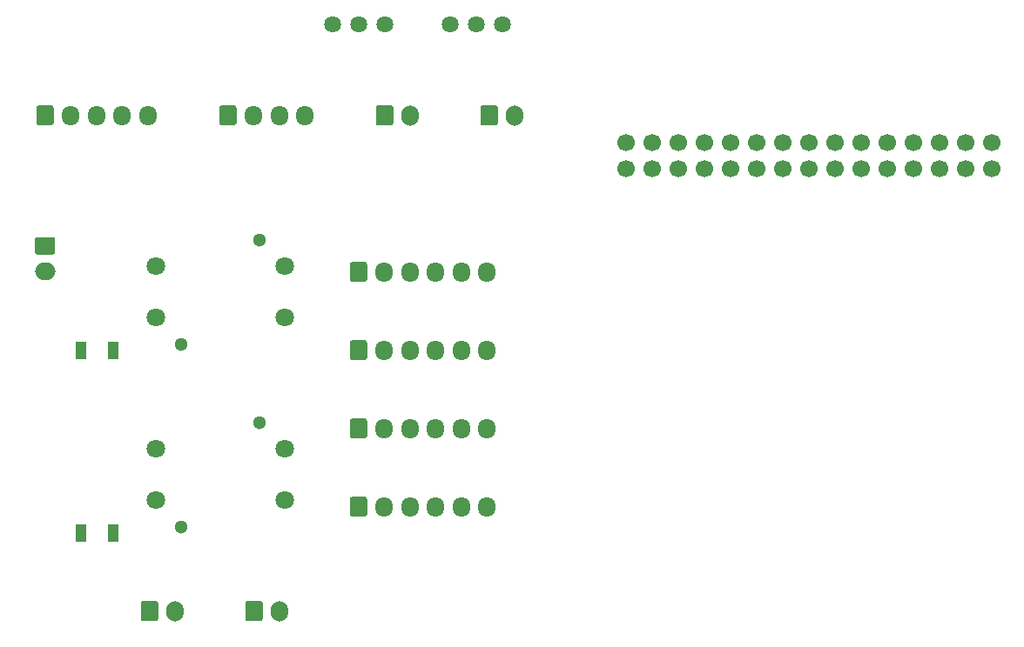
<source format=gts>
%TF.GenerationSoftware,KiCad,Pcbnew,(5.1.8)-1*%
%TF.CreationDate,2021-03-06T21:29:21+09:00*%
%TF.ProjectId,sub_bord,7375625f-626f-4726-942e-6b696361645f,rev?*%
%TF.SameCoordinates,PX9896800PY660b0c0*%
%TF.FileFunction,Soldermask,Top*%
%TF.FilePolarity,Negative*%
%FSLAX46Y46*%
G04 Gerber Fmt 4.6, Leading zero omitted, Abs format (unit mm)*
G04 Created by KiCad (PCBNEW (5.1.8)-1) date 2021-03-06 21:29:21*
%MOMM*%
%LPD*%
G01*
G04 APERTURE LIST*
%ADD10O,1.700000X1.950000*%
%ADD11O,1.700000X2.000000*%
%ADD12O,2.000000X1.700000*%
%ADD13R,1.050000X1.800000*%
%ADD14C,1.800000*%
%ADD15C,1.300000*%
%ADD16C,1.635000*%
%ADD17C,1.700000*%
G04 APERTURE END LIST*
%TO.C,J2*%
G36*
G01*
X22030000Y52935000D02*
X22030000Y54385000D01*
G75*
G02*
X22280000Y54635000I250000J0D01*
G01*
X23480000Y54635000D01*
G75*
G02*
X23730000Y54385000I0J-250000D01*
G01*
X23730000Y52935000D01*
G75*
G02*
X23480000Y52685000I-250000J0D01*
G01*
X22280000Y52685000D01*
G75*
G02*
X22030000Y52935000I0J250000D01*
G01*
G37*
D10*
X25380000Y53660000D03*
X27880000Y53660000D03*
X30380000Y53660000D03*
%TD*%
%TO.C,J3*%
X48080000Y15560000D03*
X45580000Y15560000D03*
X43080000Y15560000D03*
X40580000Y15560000D03*
X38080000Y15560000D03*
G36*
G01*
X34730000Y14835000D02*
X34730000Y16285000D01*
G75*
G02*
X34980000Y16535000I250000J0D01*
G01*
X36180000Y16535000D01*
G75*
G02*
X36430000Y16285000I0J-250000D01*
G01*
X36430000Y14835000D01*
G75*
G02*
X36180000Y14585000I-250000J0D01*
G01*
X34980000Y14585000D01*
G75*
G02*
X34730000Y14835000I0J250000D01*
G01*
G37*
%TD*%
%TO.C,J4*%
G36*
G01*
X34730000Y22455000D02*
X34730000Y23905000D01*
G75*
G02*
X34980000Y24155000I250000J0D01*
G01*
X36180000Y24155000D01*
G75*
G02*
X36430000Y23905000I0J-250000D01*
G01*
X36430000Y22455000D01*
G75*
G02*
X36180000Y22205000I-250000J0D01*
G01*
X34980000Y22205000D01*
G75*
G02*
X34730000Y22455000I0J250000D01*
G01*
G37*
X38080000Y23180000D03*
X40580000Y23180000D03*
X43080000Y23180000D03*
X45580000Y23180000D03*
X48080000Y23180000D03*
%TD*%
%TO.C,J5*%
X48080000Y30800000D03*
X45580000Y30800000D03*
X43080000Y30800000D03*
X40580000Y30800000D03*
X38080000Y30800000D03*
G36*
G01*
X34730000Y30075000D02*
X34730000Y31525000D01*
G75*
G02*
X34980000Y31775000I250000J0D01*
G01*
X36180000Y31775000D01*
G75*
G02*
X36430000Y31525000I0J-250000D01*
G01*
X36430000Y30075000D01*
G75*
G02*
X36180000Y29825000I-250000J0D01*
G01*
X34980000Y29825000D01*
G75*
G02*
X34730000Y30075000I0J250000D01*
G01*
G37*
%TD*%
%TO.C,J6*%
G36*
G01*
X34730000Y37695000D02*
X34730000Y39145000D01*
G75*
G02*
X34980000Y39395000I250000J0D01*
G01*
X36180000Y39395000D01*
G75*
G02*
X36430000Y39145000I0J-250000D01*
G01*
X36430000Y37695000D01*
G75*
G02*
X36180000Y37445000I-250000J0D01*
G01*
X34980000Y37445000D01*
G75*
G02*
X34730000Y37695000I0J250000D01*
G01*
G37*
X38080000Y38420000D03*
X40580000Y38420000D03*
X43080000Y38420000D03*
X45580000Y38420000D03*
X48080000Y38420000D03*
%TD*%
%TO.C,J7*%
G36*
G01*
X37270000Y52910000D02*
X37270000Y54410000D01*
G75*
G02*
X37520000Y54660000I250000J0D01*
G01*
X38720000Y54660000D01*
G75*
G02*
X38970000Y54410000I0J-250000D01*
G01*
X38970000Y52910000D01*
G75*
G02*
X38720000Y52660000I-250000J0D01*
G01*
X37520000Y52660000D01*
G75*
G02*
X37270000Y52910000I0J250000D01*
G01*
G37*
D11*
X40620000Y53660000D03*
%TD*%
%TO.C,J8*%
X17760000Y5400000D03*
G36*
G01*
X14410000Y4650000D02*
X14410000Y6150000D01*
G75*
G02*
X14660000Y6400000I250000J0D01*
G01*
X15860000Y6400000D01*
G75*
G02*
X16110000Y6150000I0J-250000D01*
G01*
X16110000Y4650000D01*
G75*
G02*
X15860000Y4400000I-250000J0D01*
G01*
X14660000Y4400000D01*
G75*
G02*
X14410000Y4650000I0J250000D01*
G01*
G37*
%TD*%
%TO.C,J9*%
G36*
G01*
X24570000Y4650000D02*
X24570000Y6150000D01*
G75*
G02*
X24820000Y6400000I250000J0D01*
G01*
X26020000Y6400000D01*
G75*
G02*
X26270000Y6150000I0J-250000D01*
G01*
X26270000Y4650000D01*
G75*
G02*
X26020000Y4400000I-250000J0D01*
G01*
X24820000Y4400000D01*
G75*
G02*
X24570000Y4650000I0J250000D01*
G01*
G37*
X27920000Y5400000D03*
%TD*%
D12*
%TO.C,J10*%
X5100000Y38460000D03*
G36*
G01*
X4350000Y41810000D02*
X5850000Y41810000D01*
G75*
G02*
X6100000Y41560000I0J-250000D01*
G01*
X6100000Y40360000D01*
G75*
G02*
X5850000Y40110000I-250000J0D01*
G01*
X4350000Y40110000D01*
G75*
G02*
X4100000Y40360000I0J250000D01*
G01*
X4100000Y41560000D01*
G75*
G02*
X4350000Y41810000I250000J0D01*
G01*
G37*
%TD*%
%TO.C,J11*%
G36*
G01*
X47430000Y52910000D02*
X47430000Y54410000D01*
G75*
G02*
X47680000Y54660000I250000J0D01*
G01*
X48880000Y54660000D01*
G75*
G02*
X49130000Y54410000I0J-250000D01*
G01*
X49130000Y52910000D01*
G75*
G02*
X48880000Y52660000I-250000J0D01*
G01*
X47680000Y52660000D01*
G75*
G02*
X47430000Y52910000I0J250000D01*
G01*
G37*
D11*
X50780000Y53660000D03*
%TD*%
D13*
%TO.C,R1*%
X11730000Y13020000D03*
X8630000Y13020000D03*
%TD*%
%TO.C,R2*%
X11730000Y30800000D03*
X8630000Y30800000D03*
%TD*%
D14*
%TO.C,S1*%
X15895000Y16195000D03*
X28395000Y16195000D03*
X15895000Y21195000D03*
X28395000Y21195000D03*
D15*
X18335000Y13615000D03*
X25955000Y23775000D03*
%TD*%
%TO.C,S2*%
X25955000Y41555000D03*
X18335000Y31395000D03*
D14*
X28395000Y38975000D03*
X15895000Y38975000D03*
X28395000Y33975000D03*
X15895000Y33975000D03*
%TD*%
D16*
%TO.C,S3*%
X38120000Y62550000D03*
X35580000Y62550000D03*
X33040000Y62550000D03*
%TD*%
%TO.C,S4*%
X44470000Y62550000D03*
X47010000Y62550000D03*
X49550000Y62550000D03*
%TD*%
D17*
%TO.C,U1*%
X97125000Y50990000D03*
X94585000Y50990000D03*
X92045000Y50990000D03*
X89505000Y50990000D03*
X86965000Y50990000D03*
X84425000Y50990000D03*
X81885000Y50990000D03*
X79345000Y50990000D03*
X76805000Y50990000D03*
X74265000Y50990000D03*
X71725000Y50990000D03*
X69185000Y50990000D03*
X66645000Y50990000D03*
X64105000Y50990000D03*
X61565000Y50990000D03*
X97125000Y48450000D03*
X94585000Y48450000D03*
X92045000Y48450000D03*
X89505000Y48450000D03*
X86965000Y48450000D03*
X84425000Y48450000D03*
X81885000Y48450000D03*
X79345000Y48450000D03*
X76805000Y48450000D03*
X74265000Y48450000D03*
X71725000Y48450000D03*
X69185000Y48450000D03*
X66645000Y48450000D03*
X64105000Y48450000D03*
X61565000Y48450000D03*
%TD*%
%TO.C,J1*%
G36*
G01*
X4250000Y52935000D02*
X4250000Y54385000D01*
G75*
G02*
X4500000Y54635000I250000J0D01*
G01*
X5700000Y54635000D01*
G75*
G02*
X5950000Y54385000I0J-250000D01*
G01*
X5950000Y52935000D01*
G75*
G02*
X5700000Y52685000I-250000J0D01*
G01*
X4500000Y52685000D01*
G75*
G02*
X4250000Y52935000I0J250000D01*
G01*
G37*
D10*
X7600000Y53660000D03*
X10100000Y53660000D03*
X12600000Y53660000D03*
X15100000Y53660000D03*
%TD*%
M02*

</source>
